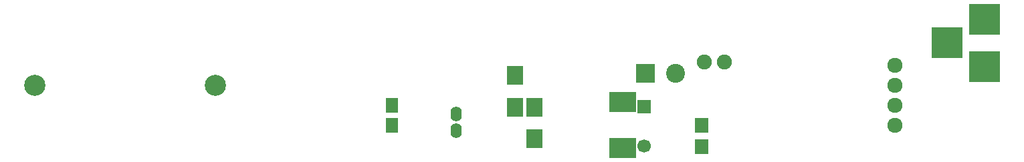
<source format=gbs>
G04 #@! TF.GenerationSoftware,KiCad,Pcbnew,no-vcs-found-7406~56~ubuntu16.10.1*
G04 #@! TF.CreationDate,2016-12-22T13:28:21+01:00*
G04 #@! TF.ProjectId,nixie-clock,6E697869652D636C6F636B2E6B696361,rev?*
G04 #@! TF.FileFunction,Soldermask,Bot*
G04 #@! TF.FilePolarity,Negative*
%FSLAX46Y46*%
G04 Gerber Fmt 4.6, Leading zero omitted, Abs format (unit mm)*
G04 Created by KiCad (PCBNEW no-vcs-found-7406~56~ubuntu16.10.1) date Thu Dec 22 13:28:21 2016*
%MOMM*%
%LPD*%
G01*
G04 APERTURE LIST*
%ADD10C,0.100000*%
%ADD11C,2.686000*%
%ADD12R,1.650000X1.900000*%
%ADD13R,3.900120X3.900120*%
%ADD14R,1.700000X1.900000*%
%ADD15R,2.100000X2.400000*%
%ADD16O,1.400760X1.901140*%
%ADD17O,1.924000X1.924000*%
%ADD18R,1.700000X1.700000*%
%ADD19C,1.700000*%
%ADD20C,2.398980*%
%ADD21R,2.398980X2.398980*%
%ADD22C,1.901140*%
%ADD23R,3.400000X2.600000*%
G04 APERTURE END LIST*
D10*
D11*
X99720400Y-124510800D03*
X122580400Y-124510800D03*
D12*
X144907000Y-127096200D03*
X144907000Y-129596200D03*
D13*
X219887800Y-122151140D03*
X219887800Y-116151660D03*
X215188800Y-119151400D03*
D14*
X184086500Y-132350500D03*
X184086500Y-129650500D03*
D15*
X162915600Y-131336800D03*
X162915600Y-127336800D03*
X160451800Y-127298200D03*
X160451800Y-123298200D03*
D16*
X153035000Y-130309620D03*
X153035000Y-128211580D03*
D17*
X208534000Y-129590800D03*
X208534000Y-127050800D03*
X208534000Y-124510800D03*
X208534000Y-121970800D03*
D18*
X176834800Y-127254000D03*
D19*
X176834800Y-132254000D03*
D20*
X180822600Y-122986800D03*
D21*
X177012600Y-122986800D03*
D22*
X184467500Y-121602500D03*
X187007500Y-121602500D03*
D23*
X174091600Y-126690800D03*
X174091600Y-132490800D03*
M02*

</source>
